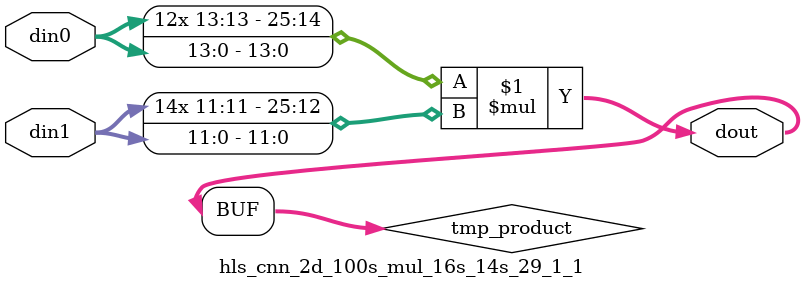
<source format=v>

`timescale 1 ns / 1 ps

  module hls_cnn_2d_100s_mul_16s_14s_29_1_1(din0, din1, dout);
parameter ID = 1;
parameter NUM_STAGE = 0;
parameter din0_WIDTH = 14;
parameter din1_WIDTH = 12;
parameter dout_WIDTH = 26;

input [din0_WIDTH - 1 : 0] din0; 
input [din1_WIDTH - 1 : 0] din1; 
output [dout_WIDTH - 1 : 0] dout;

wire signed [dout_WIDTH - 1 : 0] tmp_product;













assign tmp_product = $signed(din0) * $signed(din1);








assign dout = tmp_product;







endmodule

</source>
